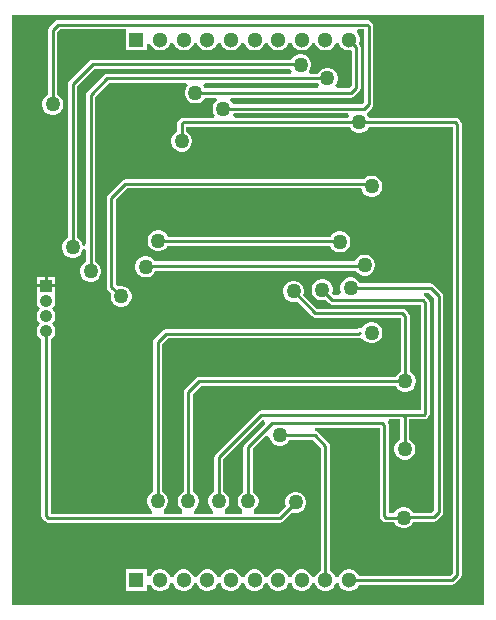
<source format=gbl>
G04*
G04 #@! TF.GenerationSoftware,Altium Limited,Altium Designer,25.2.1 (25)*
G04*
G04 Layer_Physical_Order=2*
G04 Layer_Color=16711680*
%FSLAX44Y44*%
%MOMM*%
G71*
G04*
G04 #@! TF.SameCoordinates,3A3D6F5A-BCF4-428E-B5E6-7A3BCBBF857E*
G04*
G04*
G04 #@! TF.FilePolarity,Positive*
G04*
G01*
G75*
%ADD14C,0.2540*%
%ADD25R,1.3000X1.3000*%
%ADD26C,1.3000*%
%ADD30C,1.0500*%
%ADD31R,1.0500X1.0500*%
%ADD32C,1.2700*%
G36*
X1099000Y604000D02*
X1099000Y604000D01*
X699000D01*
Y1101478D01*
X699000Y1104000D01*
X701386Y1104000D01*
X1099000D01*
Y604000D01*
D02*
G37*
%LPC*%
G36*
X999762Y1099385D02*
X738000D01*
X736513Y1099089D01*
X735253Y1098247D01*
X731003Y1093997D01*
X730161Y1092737D01*
X729865Y1091250D01*
Y1036022D01*
X728291Y1035114D01*
X726636Y1033459D01*
X725466Y1031431D01*
X724860Y1029170D01*
Y1026830D01*
X725466Y1024569D01*
X726636Y1022541D01*
X728291Y1020886D01*
X730319Y1019716D01*
X732580Y1019110D01*
X734920D01*
X737181Y1019716D01*
X739209Y1020886D01*
X740864Y1022541D01*
X742034Y1024569D01*
X742640Y1026830D01*
Y1029170D01*
X742034Y1031431D01*
X740864Y1033459D01*
X739209Y1035114D01*
X737635Y1036022D01*
Y1089641D01*
X739609Y1091615D01*
X795460D01*
Y1073710D01*
X813540D01*
Y1078912D01*
X816076Y1079261D01*
X817266Y1077199D01*
X818950Y1075516D01*
X821011Y1074326D01*
X823310Y1073710D01*
X825690D01*
X827990Y1074326D01*
X830051Y1075516D01*
X831734Y1077199D01*
X832924Y1079261D01*
X833185Y1080236D01*
X835815D01*
X836076Y1079261D01*
X837266Y1077199D01*
X838950Y1075516D01*
X841011Y1074326D01*
X843310Y1073710D01*
X845690D01*
X847990Y1074326D01*
X850051Y1075516D01*
X851734Y1077199D01*
X852924Y1079261D01*
X853185Y1080236D01*
X855815D01*
X856076Y1079261D01*
X857266Y1077199D01*
X858950Y1075516D01*
X861011Y1074326D01*
X863310Y1073710D01*
X865690D01*
X867990Y1074326D01*
X870051Y1075516D01*
X871734Y1077199D01*
X872924Y1079261D01*
X873185Y1080236D01*
X875815D01*
X876076Y1079261D01*
X877266Y1077199D01*
X878949Y1075516D01*
X881011Y1074326D01*
X883310Y1073710D01*
X885690D01*
X887989Y1074326D01*
X890051Y1075516D01*
X891734Y1077199D01*
X892924Y1079261D01*
X893185Y1080236D01*
X895815D01*
X896076Y1079261D01*
X897266Y1077199D01*
X898949Y1075516D01*
X901011Y1074326D01*
X903310Y1073710D01*
X905690D01*
X907989Y1074326D01*
X910051Y1075516D01*
X911734Y1077199D01*
X912924Y1079261D01*
X913185Y1080236D01*
X915815D01*
X916076Y1079261D01*
X917266Y1077199D01*
X918949Y1075516D01*
X921011Y1074326D01*
X923310Y1073710D01*
X925690D01*
X927989Y1074326D01*
X930051Y1075516D01*
X931734Y1077199D01*
X932924Y1079261D01*
X933186Y1080237D01*
X935815D01*
X936077Y1079261D01*
X937267Y1077199D01*
X938950Y1075516D01*
X941011Y1074326D01*
X943310Y1073710D01*
X945691D01*
X947990Y1074326D01*
X950051Y1075516D01*
X951734Y1077199D01*
X952924Y1079261D01*
X953186Y1080236D01*
X955815D01*
X956077Y1079261D01*
X957267Y1077199D01*
X958950Y1075516D01*
X961011Y1074326D01*
X963310Y1073710D01*
X965691D01*
X967990Y1074326D01*
X970051Y1075516D01*
X971734Y1077199D01*
X972924Y1079261D01*
X973186Y1080236D01*
X975815D01*
X976077Y1079261D01*
X977267Y1077199D01*
X978950Y1075516D01*
X981011Y1074326D01*
X983310Y1073710D01*
X985691D01*
X986615Y1073001D01*
Y1043609D01*
X984641Y1041635D01*
X974049D01*
X972997Y1044175D01*
X973364Y1044541D01*
X974534Y1046569D01*
X975140Y1048830D01*
Y1051170D01*
X974534Y1053431D01*
X973364Y1055459D01*
X971709Y1057114D01*
X969681Y1058284D01*
X967420Y1058890D01*
X965080D01*
X962819Y1058284D01*
X960791Y1057114D01*
X959136Y1055459D01*
X958227Y1053885D01*
X951799D01*
X950841Y1055831D01*
X950691Y1056425D01*
X951784Y1058319D01*
X952390Y1060580D01*
Y1062920D01*
X951784Y1065181D01*
X950614Y1067209D01*
X948959Y1068864D01*
X946931Y1070034D01*
X944670Y1070640D01*
X942330D01*
X940069Y1070034D01*
X938041Y1068864D01*
X936386Y1067209D01*
X935622Y1065885D01*
X767500D01*
X766013Y1065589D01*
X764753Y1064747D01*
X747753Y1047747D01*
X746911Y1046487D01*
X746615Y1045000D01*
Y915023D01*
X745041Y914114D01*
X743386Y912459D01*
X742216Y910431D01*
X741610Y908170D01*
Y905830D01*
X742216Y903569D01*
X743386Y901541D01*
X745041Y899886D01*
X747069Y898716D01*
X749330Y898110D01*
X751670D01*
X753931Y898716D01*
X755959Y899886D01*
X757614Y901541D01*
X758784Y903569D01*
X759356Y905702D01*
X759390Y905830D01*
X761010Y905727D01*
Y905727D01*
X761010Y905727D01*
X761865Y903542D01*
Y894772D01*
X760291Y893864D01*
X758636Y892209D01*
X757466Y890181D01*
X756860Y887920D01*
Y885580D01*
X757466Y883319D01*
X758636Y881291D01*
X760291Y879636D01*
X762319Y878466D01*
X764580Y877860D01*
X766920D01*
X769181Y878466D01*
X771209Y879636D01*
X772864Y881291D01*
X774034Y883319D01*
X774640Y885580D01*
Y887920D01*
X774034Y890181D01*
X772864Y892209D01*
X771209Y893864D01*
X769635Y894772D01*
Y1034403D01*
X781347Y1046115D01*
X846701D01*
X847753Y1043575D01*
X847386Y1043209D01*
X846216Y1041181D01*
X845610Y1038920D01*
Y1036580D01*
X846216Y1034319D01*
X847386Y1032291D01*
X849041Y1030636D01*
X851069Y1029466D01*
X853330Y1028860D01*
X855670D01*
X857931Y1029466D01*
X859959Y1030636D01*
X861614Y1032291D01*
X862523Y1033865D01*
X871794D01*
X872499Y1031505D01*
X872503Y1031325D01*
X870886Y1029709D01*
X869716Y1027681D01*
X869110Y1025420D01*
Y1023080D01*
X869716Y1020819D01*
X870665Y1019175D01*
X870213Y1017780D01*
X869451Y1016635D01*
X844238D01*
X842751Y1016339D01*
X841491Y1015497D01*
X840003Y1014009D01*
X839161Y1012749D01*
X838865Y1011262D01*
Y1005023D01*
X837291Y1004114D01*
X835636Y1002459D01*
X834466Y1000431D01*
X833860Y998170D01*
Y995830D01*
X834466Y993569D01*
X835636Y991541D01*
X837291Y989886D01*
X839319Y988716D01*
X841580Y988110D01*
X843920D01*
X846181Y988716D01*
X848209Y989886D01*
X849864Y991541D01*
X851034Y993569D01*
X851640Y995830D01*
Y998170D01*
X851034Y1000431D01*
X849864Y1002459D01*
X848209Y1004114D01*
X846635Y1005023D01*
Y1008865D01*
X985228D01*
X986136Y1007291D01*
X987791Y1005636D01*
X989819Y1004466D01*
X992080Y1003860D01*
X994420D01*
X996681Y1004466D01*
X998709Y1005636D01*
X1000364Y1007291D01*
X1001273Y1008865D01*
X1072115D01*
Y631359D01*
X1069891Y629135D01*
X992696D01*
X991734Y630801D01*
X990051Y632484D01*
X987989Y633674D01*
X985690Y634290D01*
X983310D01*
X981011Y633674D01*
X978949Y632484D01*
X977266Y630801D01*
X976076Y628739D01*
X975815Y627764D01*
X973185D01*
X972924Y628739D01*
X971734Y630801D01*
X970051Y632484D01*
X968385Y633446D01*
Y739012D01*
X968089Y740499D01*
X967247Y741759D01*
X958259Y750747D01*
X956999Y751589D01*
X955810Y751825D01*
X956060Y754365D01*
X1010365D01*
Y679738D01*
X1010661Y678251D01*
X1011503Y676991D01*
X1012991Y675503D01*
X1014251Y674661D01*
X1015738Y674365D01*
X1022728D01*
X1023636Y672791D01*
X1025291Y671136D01*
X1027319Y669966D01*
X1029580Y669360D01*
X1031920D01*
X1034181Y669966D01*
X1036209Y671136D01*
X1037864Y672791D01*
X1038917Y674615D01*
X1056250D01*
X1057737Y674911D01*
X1058997Y675753D01*
X1063247Y680003D01*
X1064089Y681263D01*
X1064385Y682750D01*
Y865750D01*
X1064089Y867237D01*
X1063247Y868497D01*
X1056407Y875337D01*
X1055147Y876179D01*
X1053660Y876475D01*
X994023D01*
X993114Y878049D01*
X991459Y879704D01*
X989431Y880874D01*
X987170Y881480D01*
X984830D01*
X982569Y880874D01*
X980541Y879704D01*
X978886Y878049D01*
X977716Y876021D01*
X977110Y873760D01*
Y871420D01*
X977716Y869159D01*
X977891Y868855D01*
X976425Y866315D01*
X971929D01*
X970170Y868074D01*
X970640Y869830D01*
Y872170D01*
X970034Y874431D01*
X968864Y876459D01*
X967209Y878114D01*
X965181Y879284D01*
X962920Y879890D01*
X960580D01*
X958319Y879284D01*
X956291Y878114D01*
X954636Y876459D01*
X953466Y874431D01*
X952860Y872170D01*
Y869830D01*
X953466Y867569D01*
X954636Y865541D01*
X956291Y863886D01*
X958319Y862716D01*
X960580Y862110D01*
X962920D01*
X964676Y862580D01*
X967573Y859683D01*
X968833Y858841D01*
X970320Y858545D01*
X1045099D01*
Y769135D01*
X910250D01*
X908763Y768839D01*
X907503Y767997D01*
X871503Y731997D01*
X870661Y730737D01*
X870365Y729250D01*
Y700273D01*
X868791Y699364D01*
X867136Y697709D01*
X865966Y695681D01*
X865360Y693420D01*
Y691080D01*
X865966Y688819D01*
X867136Y686791D01*
X868791Y685136D01*
X869254Y681936D01*
X869019Y681585D01*
X853481D01*
X853246Y681936D01*
X853709Y685136D01*
X855364Y686791D01*
X856534Y688819D01*
X857140Y691080D01*
Y693420D01*
X856534Y695681D01*
X855364Y697709D01*
X853709Y699364D01*
X852135Y700273D01*
Y782641D01*
X859359Y789865D01*
X1023978D01*
X1024886Y788291D01*
X1026541Y786636D01*
X1028569Y785466D01*
X1030830Y784860D01*
X1033170D01*
X1035431Y785466D01*
X1037459Y786636D01*
X1039114Y788291D01*
X1040284Y790319D01*
X1040890Y792580D01*
Y794920D01*
X1040284Y797181D01*
X1039114Y799209D01*
X1037459Y800864D01*
X1035885Y801773D01*
Y849012D01*
X1035589Y850499D01*
X1034747Y851759D01*
X1032509Y853997D01*
X1031249Y854839D01*
X1029762Y855135D01*
X957609D01*
X945920Y866824D01*
X946390Y868580D01*
Y870920D01*
X945784Y873181D01*
X944614Y875209D01*
X942959Y876864D01*
X940931Y878034D01*
X938670Y878640D01*
X936330D01*
X934069Y878034D01*
X932041Y876864D01*
X930386Y875209D01*
X929216Y873181D01*
X928610Y870920D01*
Y868580D01*
X929216Y866319D01*
X930386Y864291D01*
X932041Y862636D01*
X934069Y861466D01*
X936330Y860860D01*
X938670D01*
X940426Y861330D01*
X953253Y848503D01*
X954513Y847661D01*
X956000Y847365D01*
X1028115D01*
Y801773D01*
X1026541Y800864D01*
X1024886Y799209D01*
X1023978Y797635D01*
X857750D01*
X856263Y797339D01*
X855003Y796497D01*
X845503Y786997D01*
X844661Y785737D01*
X844365Y784250D01*
Y700273D01*
X842791Y699364D01*
X841136Y697709D01*
X839966Y695681D01*
X839360Y693420D01*
Y691080D01*
X839966Y688819D01*
X841136Y686791D01*
X842791Y685136D01*
X843254Y681936D01*
X843019Y681585D01*
X827731Y681585D01*
X827496Y681936D01*
X827959Y685136D01*
X829614Y686791D01*
X830784Y688819D01*
X831390Y691080D01*
Y693420D01*
X830784Y695681D01*
X829614Y697709D01*
X827959Y699364D01*
X826385Y700273D01*
Y825391D01*
X830859Y829865D01*
X992500D01*
X993987Y830161D01*
X996636Y829291D01*
X998291Y827636D01*
X1000319Y826466D01*
X1002580Y825860D01*
X1004920D01*
X1007181Y826466D01*
X1009209Y827636D01*
X1010864Y829291D01*
X1012034Y831319D01*
X1012640Y833580D01*
Y835920D01*
X1012034Y838181D01*
X1010864Y840209D01*
X1009209Y841864D01*
X1007181Y843034D01*
X1004920Y843640D01*
X1002580D01*
X1000319Y843034D01*
X998291Y841864D01*
X996636Y840209D01*
X994987Y838339D01*
X993500Y838635D01*
X992013Y838339D01*
X990959Y837635D01*
X829250D01*
X827763Y837339D01*
X826503Y836497D01*
X819753Y829747D01*
X818911Y828487D01*
X818615Y827000D01*
Y700273D01*
X817041Y699364D01*
X815386Y697709D01*
X814216Y695681D01*
X813610Y693420D01*
Y691080D01*
X814216Y688819D01*
X815386Y686791D01*
X817041Y685136D01*
X817504Y681936D01*
X817269Y681585D01*
X731884D01*
Y829448D01*
X732783Y829967D01*
X734233Y831417D01*
X735259Y833193D01*
X735790Y835174D01*
Y837226D01*
X735259Y839207D01*
X734233Y840983D01*
X732883Y842550D01*
X734233Y844117D01*
X735259Y845893D01*
X735790Y847875D01*
Y849926D01*
X735259Y851907D01*
X734233Y853683D01*
X732883Y855250D01*
X734233Y856817D01*
X735259Y858593D01*
X735790Y860574D01*
Y862626D01*
X735430Y863970D01*
X735790Y866510D01*
X735790D01*
Y873030D01*
X728000D01*
X720210D01*
Y866510D01*
X720210Y866510D01*
X720570Y863970D01*
X720210Y862626D01*
Y860574D01*
X720741Y858593D01*
X721766Y856817D01*
X723116Y855250D01*
X721766Y853683D01*
X720741Y851907D01*
X720210Y849926D01*
Y847875D01*
X720741Y845893D01*
X721766Y844117D01*
X723116Y842550D01*
X721766Y840983D01*
X720741Y839207D01*
X720210Y837226D01*
Y835174D01*
X720741Y833193D01*
X721766Y831417D01*
X723217Y829967D01*
X724115Y829448D01*
Y679700D01*
X724411Y678214D01*
X725253Y676954D01*
X727253Y674953D01*
X728513Y674111D01*
X730000Y673815D01*
X925950Y673815D01*
X927437Y674111D01*
X928697Y674953D01*
X936324Y682580D01*
X938080Y682110D01*
X940420D01*
X942681Y682716D01*
X944709Y683886D01*
X946364Y685541D01*
X947534Y687569D01*
X948140Y689830D01*
Y692170D01*
X947534Y694431D01*
X946364Y696459D01*
X944709Y698114D01*
X942681Y699284D01*
X940420Y699890D01*
X938080D01*
X935819Y699284D01*
X933791Y698114D01*
X932136Y696459D01*
X930966Y694431D01*
X930360Y692170D01*
Y689830D01*
X930830Y688074D01*
X924341Y681585D01*
X904231D01*
X903996Y681936D01*
X904459Y685136D01*
X906114Y686791D01*
X907284Y688819D01*
X907890Y691080D01*
Y693420D01*
X907284Y695681D01*
X906114Y697709D01*
X904459Y699364D01*
X902885Y700273D01*
Y736141D01*
X914570Y747826D01*
X917110Y746830D01*
X917716Y744569D01*
X918886Y742541D01*
X920541Y740886D01*
X922569Y739716D01*
X924830Y739110D01*
X927170D01*
X929431Y739716D01*
X931459Y740886D01*
X933114Y742541D01*
X934023Y744115D01*
X953903D01*
X960615Y737403D01*
Y633446D01*
X958949Y632484D01*
X957266Y630801D01*
X956076Y628739D01*
X955815Y627764D01*
X953185D01*
X952924Y628739D01*
X951734Y630801D01*
X950051Y632484D01*
X947989Y633674D01*
X945690Y634290D01*
X943310D01*
X941011Y633674D01*
X938949Y632484D01*
X937266Y630801D01*
X936076Y628739D01*
X935815Y627764D01*
X933185D01*
X932924Y628739D01*
X931734Y630801D01*
X930051Y632484D01*
X927989Y633674D01*
X925690Y634290D01*
X923310D01*
X921011Y633674D01*
X918949Y632484D01*
X917266Y630801D01*
X916076Y628739D01*
X915815Y627764D01*
X913185D01*
X912924Y628739D01*
X911734Y630801D01*
X910051Y632484D01*
X907989Y633674D01*
X905690Y634290D01*
X903310D01*
X901011Y633674D01*
X898949Y632484D01*
X897266Y630801D01*
X896076Y628739D01*
X895815Y627764D01*
X893185D01*
X892924Y628739D01*
X891734Y630801D01*
X890051Y632484D01*
X887989Y633674D01*
X885690Y634290D01*
X883310D01*
X881011Y633674D01*
X878949Y632484D01*
X877266Y630801D01*
X876076Y628739D01*
X875815Y627764D01*
X873185D01*
X872924Y628739D01*
X871734Y630801D01*
X870051Y632484D01*
X867990Y633674D01*
X865690Y634290D01*
X863310D01*
X861011Y633674D01*
X858950Y632484D01*
X857266Y630801D01*
X856076Y628739D01*
X855815Y627764D01*
X853185D01*
X852924Y628739D01*
X851734Y630801D01*
X850051Y632484D01*
X847990Y633674D01*
X845690Y634290D01*
X843310D01*
X841011Y633674D01*
X838950Y632484D01*
X837266Y630801D01*
X836076Y628739D01*
X835815Y627764D01*
X833185D01*
X832924Y628739D01*
X831734Y630801D01*
X830051Y632484D01*
X827990Y633674D01*
X825690Y634290D01*
X823310D01*
X821011Y633674D01*
X818950Y632484D01*
X817266Y630801D01*
X816076Y628739D01*
X813540Y629086D01*
Y634290D01*
X795460D01*
Y616210D01*
X813540D01*
Y621413D01*
X816076Y621761D01*
X817266Y619699D01*
X818950Y618016D01*
X821011Y616826D01*
X823310Y616210D01*
X825690D01*
X827990Y616826D01*
X830051Y618016D01*
X831734Y619699D01*
X832924Y621761D01*
X833185Y622736D01*
X835815D01*
X836076Y621761D01*
X837266Y619699D01*
X838950Y618016D01*
X841011Y616826D01*
X843310Y616210D01*
X845690D01*
X847990Y616826D01*
X850051Y618016D01*
X851734Y619699D01*
X852924Y621761D01*
X853185Y622736D01*
X855815D01*
X856076Y621761D01*
X857266Y619699D01*
X858950Y618016D01*
X861011Y616826D01*
X863310Y616210D01*
X865690D01*
X867990Y616826D01*
X870051Y618016D01*
X871734Y619699D01*
X872924Y621761D01*
X873185Y622736D01*
X875815D01*
X876076Y621761D01*
X877266Y619699D01*
X878949Y618016D01*
X881011Y616826D01*
X883310Y616210D01*
X885690D01*
X887989Y616826D01*
X890051Y618016D01*
X891734Y619699D01*
X892924Y621761D01*
X893185Y622736D01*
X895815D01*
X896076Y621761D01*
X897266Y619699D01*
X898949Y618016D01*
X901011Y616826D01*
X903310Y616210D01*
X905690D01*
X907989Y616826D01*
X910051Y618016D01*
X911734Y619699D01*
X912924Y621761D01*
X913185Y622736D01*
X915815D01*
X916076Y621761D01*
X917266Y619699D01*
X918949Y618016D01*
X921011Y616826D01*
X923310Y616210D01*
X925690D01*
X927989Y616826D01*
X930051Y618016D01*
X931734Y619699D01*
X932924Y621761D01*
X933185Y622736D01*
X935815D01*
X936076Y621761D01*
X937266Y619699D01*
X938949Y618016D01*
X941011Y616826D01*
X943310Y616210D01*
X945690D01*
X947989Y616826D01*
X950051Y618016D01*
X951734Y619699D01*
X952924Y621761D01*
X953185Y622736D01*
X955815D01*
X956076Y621761D01*
X957266Y619699D01*
X958949Y618016D01*
X961011Y616826D01*
X963310Y616210D01*
X965690D01*
X967989Y616826D01*
X970051Y618016D01*
X971734Y619699D01*
X972924Y621761D01*
X973185Y622736D01*
X975815D01*
X976076Y621761D01*
X977266Y619699D01*
X978949Y618016D01*
X981011Y616826D01*
X983310Y616210D01*
X985690D01*
X987989Y616826D01*
X990051Y618016D01*
X991734Y619699D01*
X992696Y621365D01*
X1071500D01*
X1072987Y621661D01*
X1074247Y622503D01*
X1078747Y627003D01*
X1079589Y628263D01*
X1079885Y629750D01*
Y1011262D01*
X1079589Y1012749D01*
X1078747Y1014009D01*
X1077259Y1015497D01*
X1075999Y1016339D01*
X1074512Y1016635D01*
X1001801D01*
X1000096Y1018687D01*
X1000247Y1021497D01*
X1000338Y1021595D01*
X1003997Y1025253D01*
X1004839Y1026513D01*
X1005135Y1028000D01*
Y1094012D01*
X1004839Y1095499D01*
X1003997Y1096759D01*
X1002509Y1098247D01*
X1001249Y1099089D01*
X999762Y1099385D01*
D02*
G37*
G36*
X1004920Y967640D02*
X1002580D01*
X1000319Y967034D01*
X998291Y965864D01*
X997062Y964635D01*
X795250D01*
X793763Y964339D01*
X792503Y963497D01*
X780603Y951597D01*
X779761Y950337D01*
X779466Y948850D01*
Y873650D01*
X779761Y872163D01*
X780603Y870903D01*
X783080Y868426D01*
X782610Y866670D01*
Y864330D01*
X783216Y862069D01*
X784386Y860041D01*
X786041Y858386D01*
X788069Y857216D01*
X790330Y856610D01*
X792670D01*
X794931Y857216D01*
X796959Y858386D01*
X798614Y860041D01*
X799784Y862069D01*
X800390Y864330D01*
Y866670D01*
X799784Y868931D01*
X798614Y870959D01*
X796959Y872614D01*
X794931Y873784D01*
X792670Y874390D01*
X790330D01*
X789301Y874114D01*
X787235Y875850D01*
Y947241D01*
X796859Y956865D01*
X995051D01*
X995466Y955319D01*
X996636Y953291D01*
X998291Y951636D01*
X1000319Y950466D01*
X1002580Y949860D01*
X1004920D01*
X1007181Y950466D01*
X1009209Y951636D01*
X1010864Y953291D01*
X1012034Y955319D01*
X1012640Y957580D01*
Y959920D01*
X1012034Y962181D01*
X1010864Y964209D01*
X1009209Y965864D01*
X1007181Y967034D01*
X1004920Y967640D01*
D02*
G37*
G36*
X824170Y921640D02*
X821830D01*
X819569Y921034D01*
X817541Y919864D01*
X815886Y918209D01*
X814716Y916181D01*
X814110Y913920D01*
Y911580D01*
X814716Y909319D01*
X815886Y907291D01*
X817541Y905636D01*
X819569Y904466D01*
X821830Y903860D01*
X824170D01*
X826431Y904466D01*
X828459Y905636D01*
X830114Y907291D01*
X830734Y908365D01*
X968453D01*
X968466Y908319D01*
X969636Y906291D01*
X971291Y904636D01*
X973319Y903466D01*
X975580Y902860D01*
X977920D01*
X980181Y903466D01*
X982209Y904636D01*
X983864Y906291D01*
X985034Y908319D01*
X985640Y910580D01*
Y912920D01*
X985034Y915181D01*
X983864Y917209D01*
X982209Y918864D01*
X980181Y920034D01*
X977920Y920640D01*
X975580D01*
X973319Y920034D01*
X971291Y918864D01*
X969636Y917209D01*
X969016Y916135D01*
X831297D01*
X831284Y916181D01*
X830114Y918209D01*
X828459Y919864D01*
X826431Y921034D01*
X824170Y921640D01*
D02*
G37*
G36*
X998920Y900890D02*
X996580D01*
X994319Y900284D01*
X992291Y899114D01*
X990636Y897459D01*
X989466Y895431D01*
X989386Y895135D01*
X819839D01*
X819364Y895959D01*
X817709Y897614D01*
X815681Y898784D01*
X813420Y899390D01*
X811080D01*
X808819Y898784D01*
X806791Y897614D01*
X805136Y895959D01*
X803966Y893931D01*
X803360Y891670D01*
Y889330D01*
X803966Y887069D01*
X805136Y885041D01*
X806791Y883386D01*
X808819Y882216D01*
X811080Y881610D01*
X813420D01*
X815681Y882216D01*
X817709Y883386D01*
X819364Y885041D01*
X820534Y887069D01*
X820614Y887365D01*
X990161D01*
X990636Y886541D01*
X992291Y884886D01*
X994319Y883716D01*
X996580Y883110D01*
X998920D01*
X1001181Y883716D01*
X1003209Y884886D01*
X1004864Y886541D01*
X1006034Y888569D01*
X1006640Y890830D01*
Y893170D01*
X1006034Y895431D01*
X1004864Y897459D01*
X1003209Y899114D01*
X1001181Y900284D01*
X998920Y900890D01*
D02*
G37*
G36*
X735790Y882090D02*
X729270D01*
Y875570D01*
X735790D01*
Y882090D01*
D02*
G37*
G36*
X726730D02*
X720210D01*
Y875570D01*
X726730D01*
Y882090D01*
D02*
G37*
%LPD*%
G36*
X958923Y1044911D02*
X959136Y1044541D01*
X959230Y1044448D01*
X959467Y1044089D01*
X958451Y1041635D01*
X862625D01*
X861827Y1042839D01*
X861614Y1043209D01*
X861520Y1043302D01*
X861283Y1043661D01*
X862299Y1046115D01*
X958125D01*
X958923Y1044911D01*
D02*
G37*
G36*
X997365Y1029609D02*
X995891Y1028135D01*
X886022D01*
X885114Y1029709D01*
X883497Y1031325D01*
X883501Y1031505D01*
X884206Y1033865D01*
X986250D01*
X987737Y1034161D01*
X988997Y1035003D01*
X993247Y1039253D01*
X994089Y1040513D01*
X994385Y1042000D01*
Y1076273D01*
X994089Y1077760D01*
X993247Y1079020D01*
X992942Y1079325D01*
X993540Y1081560D01*
Y1083940D01*
X992924Y1086239D01*
X991734Y1088301D01*
X990960Y1089075D01*
X992012Y1091615D01*
X997365D01*
Y1029609D01*
D02*
G37*
G36*
X984668Y1017825D02*
X983846Y1016635D01*
X887915D01*
X886582Y1019175D01*
X887404Y1020365D01*
X983335D01*
X984668Y1017825D01*
D02*
G37*
G36*
X936094Y1056055D02*
X935024Y1053885D01*
X779738D01*
X778251Y1053589D01*
X776991Y1052747D01*
X763003Y1038759D01*
X762161Y1037499D01*
X761865Y1036012D01*
Y910458D01*
X761010Y908272D01*
X761010Y908272D01*
Y908272D01*
X759390Y908170D01*
X759356Y908298D01*
X758784Y910431D01*
X757614Y912459D01*
X755959Y914114D01*
X754385Y915023D01*
Y1043391D01*
X769109Y1058115D01*
X934642D01*
X936094Y1056055D01*
D02*
G37*
G36*
X1056615Y864141D02*
Y684359D01*
X1054641Y682385D01*
X1038628D01*
X1037864Y683709D01*
X1036209Y685364D01*
X1034181Y686534D01*
X1031920Y687140D01*
X1029580D01*
X1027319Y686534D01*
X1025291Y685364D01*
X1023636Y683709D01*
X1022728Y682135D01*
X1018135D01*
Y756762D01*
X1017839Y758249D01*
X1017454Y758825D01*
X1018235Y760834D01*
X1018733Y761365D01*
X1027865D01*
Y744273D01*
X1026291Y743364D01*
X1024636Y741709D01*
X1023466Y739681D01*
X1022860Y737420D01*
Y735080D01*
X1023466Y732819D01*
X1024636Y730791D01*
X1026291Y729136D01*
X1028319Y727966D01*
X1030580Y727360D01*
X1032920D01*
X1035181Y727966D01*
X1037209Y729136D01*
X1038864Y730791D01*
X1040034Y732819D01*
X1040640Y735080D01*
Y737420D01*
X1040034Y739681D01*
X1038864Y741709D01*
X1037209Y743364D01*
X1035635Y744273D01*
Y761365D01*
X1047983D01*
X1049470Y761661D01*
X1050730Y762503D01*
X1051730Y763503D01*
X1052572Y764763D01*
X1052868Y766250D01*
Y860262D01*
X1052572Y861749D01*
X1051730Y863009D01*
X1049562Y865177D01*
X1048302Y866019D01*
X1047566Y866165D01*
X1047816Y868705D01*
X1052051D01*
X1056615Y864141D01*
D02*
G37*
G36*
X912656Y760491D02*
X913563Y757807D01*
X896253Y740497D01*
X895411Y739237D01*
X895115Y737750D01*
Y700273D01*
X893541Y699364D01*
X891886Y697709D01*
X890716Y695681D01*
X890110Y693420D01*
Y691080D01*
X890716Y688819D01*
X891886Y686791D01*
X893541Y685136D01*
X894004Y681936D01*
X893769Y681585D01*
X879481D01*
X879246Y681936D01*
X879709Y685136D01*
X881364Y686791D01*
X882534Y688819D01*
X883140Y691080D01*
Y693420D01*
X882534Y695681D01*
X881364Y697709D01*
X879709Y699364D01*
X878135Y700273D01*
Y727641D01*
X911183Y760689D01*
X912656Y760491D01*
D02*
G37*
D14*
X728000Y679700D02*
Y836200D01*
Y679700D02*
X730000Y677700D01*
X925950Y677700D01*
X939250Y691000D01*
X812250Y890500D02*
X813000Y891250D01*
X997000D01*
X997750Y892000D01*
X823500Y912250D02*
X973501D01*
X823000Y912750D02*
X823500Y912250D01*
X973501D02*
X974001Y911750D01*
X976750D01*
X733750Y1028000D02*
Y1091250D01*
X750500Y907000D02*
Y1045000D01*
X765750Y1036012D02*
X779738Y1050000D01*
X750500Y1045000D02*
X767500Y1062000D01*
X765750Y886750D02*
Y1036012D01*
X783350Y873650D02*
Y948850D01*
Y873650D02*
X791500Y865500D01*
X986000Y872590D02*
X1053660D01*
X1060500Y865750D01*
X956000Y851250D02*
X1029762D01*
X937500Y869750D02*
X956000Y851250D01*
X961750Y871000D02*
X970320Y862430D01*
X1046815D02*
X1048983Y860262D01*
X970320Y862430D02*
X1046815D01*
X878000Y1024250D02*
X997500D01*
X1001250Y1028000D01*
Y1094012D01*
X999762Y1095500D02*
X1001250Y1094012D01*
X738000Y1095500D02*
X999762D01*
X733750Y1091250D02*
X738000Y1095500D01*
X854500Y1037750D02*
X986250D01*
X779738Y1050000D02*
X966250D01*
X767500Y1062000D02*
X943250D01*
X943500Y1061750D01*
X984500Y1082273D02*
Y1082750D01*
X986250Y1037750D02*
X990500Y1042000D01*
X984500Y1082273D02*
X990500Y1076273D01*
Y1042000D02*
Y1076273D01*
X1076000Y629750D02*
Y1011262D01*
X844238Y1012750D02*
X1074512D01*
X1076000Y1011262D01*
X984500Y625250D02*
X1071500D01*
X1076000Y629750D01*
X997238Y960694D02*
X1001806D01*
X795250Y960750D02*
X997182D01*
X997238Y960694D01*
X1001806D02*
X1003750Y958750D01*
X842750Y1011262D02*
X844238Y1012750D01*
X955512Y748000D02*
X964500Y739012D01*
X926000Y748000D02*
X955512D01*
X964500Y625250D02*
Y739012D01*
X874250Y692250D02*
Y729250D01*
X919500Y758250D02*
X1012762D01*
X1014250Y679738D02*
X1015738Y678250D01*
X1030750D01*
X1012762Y758250D02*
X1014250Y756762D01*
Y679738D02*
Y756762D01*
X899000Y737750D02*
X919500Y758250D01*
X1047983Y765250D02*
X1048983Y766250D01*
X1030262Y765250D02*
X1047983D01*
X1048983Y766250D02*
Y860262D01*
X1031750Y736250D02*
Y763762D01*
X1032000Y793750D02*
Y849012D01*
X857750Y793750D02*
X1032000D01*
X1029762Y851250D02*
X1032000Y849012D01*
X910250Y765250D02*
X1030262D01*
X1031750Y763762D01*
X874250Y729250D02*
X910250Y765250D01*
X899000Y692250D02*
Y737750D01*
X783350Y948850D02*
X795250Y960750D01*
X842750Y997000D02*
Y1011262D01*
X1030750Y678250D02*
X1031000Y678500D01*
X1056250D01*
X1060500Y682750D01*
Y865750D01*
X992500Y833750D02*
X993500Y834750D01*
X829250Y833750D02*
X992500D01*
X822500Y692250D02*
Y827000D01*
X829250Y833750D01*
X848250Y784250D02*
X857750Y793750D01*
X848250Y692250D02*
Y784250D01*
D25*
X804500Y1082750D02*
D03*
X804500Y625250D02*
D03*
D26*
X824500Y1082750D02*
D03*
X844500D02*
D03*
X864500D02*
D03*
X884500D02*
D03*
X904500D02*
D03*
X924500D02*
D03*
X944501D02*
D03*
X964501D02*
D03*
X984500D02*
D03*
X984500Y625250D02*
D03*
X964500D02*
D03*
X944500D02*
D03*
X924500D02*
D03*
X904500D02*
D03*
X884500D02*
D03*
X864500D02*
D03*
X844500D02*
D03*
X824500D02*
D03*
D30*
X728000Y861600D02*
D03*
Y848900D02*
D03*
Y836200D02*
D03*
D31*
Y874300D02*
D03*
D32*
X939250Y691000D02*
D03*
X997750Y892000D02*
D03*
X812250Y890500D02*
D03*
X823000Y912750D02*
D03*
X976750Y911750D02*
D03*
X750500Y907000D02*
D03*
X765750Y886750D02*
D03*
X791500Y865500D02*
D03*
X937500Y869750D02*
D03*
X961750Y871000D02*
D03*
X986000Y872590D02*
D03*
X878000Y1024250D02*
D03*
X966250Y1050000D02*
D03*
X943500Y1061750D02*
D03*
X854500Y1037750D02*
D03*
X1003750Y958750D02*
D03*
X993250Y1012750D02*
D03*
X926000Y748000D02*
D03*
X874250Y692250D02*
D03*
X1032000Y793750D02*
D03*
X733750Y1028000D02*
D03*
X842750Y997000D02*
D03*
X1003750Y834750D02*
D03*
X822500Y692250D02*
D03*
X899000D02*
D03*
X848250D02*
D03*
X1030750Y678250D02*
D03*
X1031750Y736250D02*
D03*
M02*

</source>
